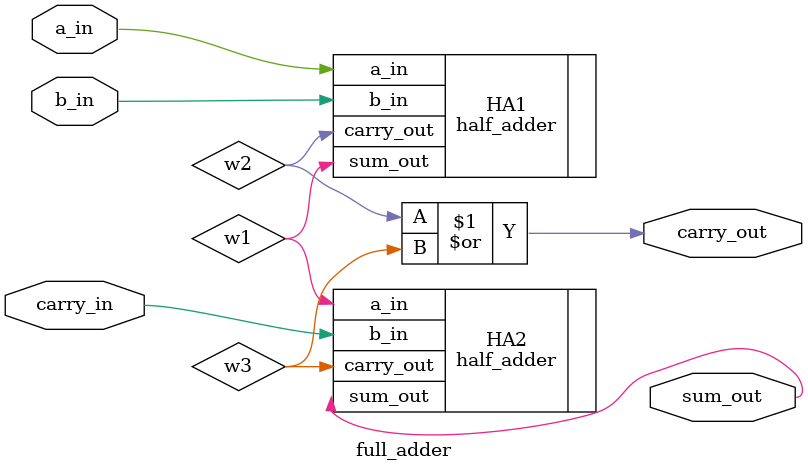
<source format=v>
`timescale 1ns / 1ps

module full_adder(sum_out,carry_out,a_in,b_in,carry_in);
    output sum_out,carry_out;
    input a_in,b_in,carry_in;
    wire w1,w2,w3;
    
    half_adder HA1(.sum_out(w1),.carry_out(w2),.a_in(a_in),.b_in(b_in));
    half_adder HA2(.sum_out(sum_out),.carry_out(w3),.a_in(w1),.b_in(carry_in));
    or OR1(carry_out,w2,w3);
    
endmodule
</source>
